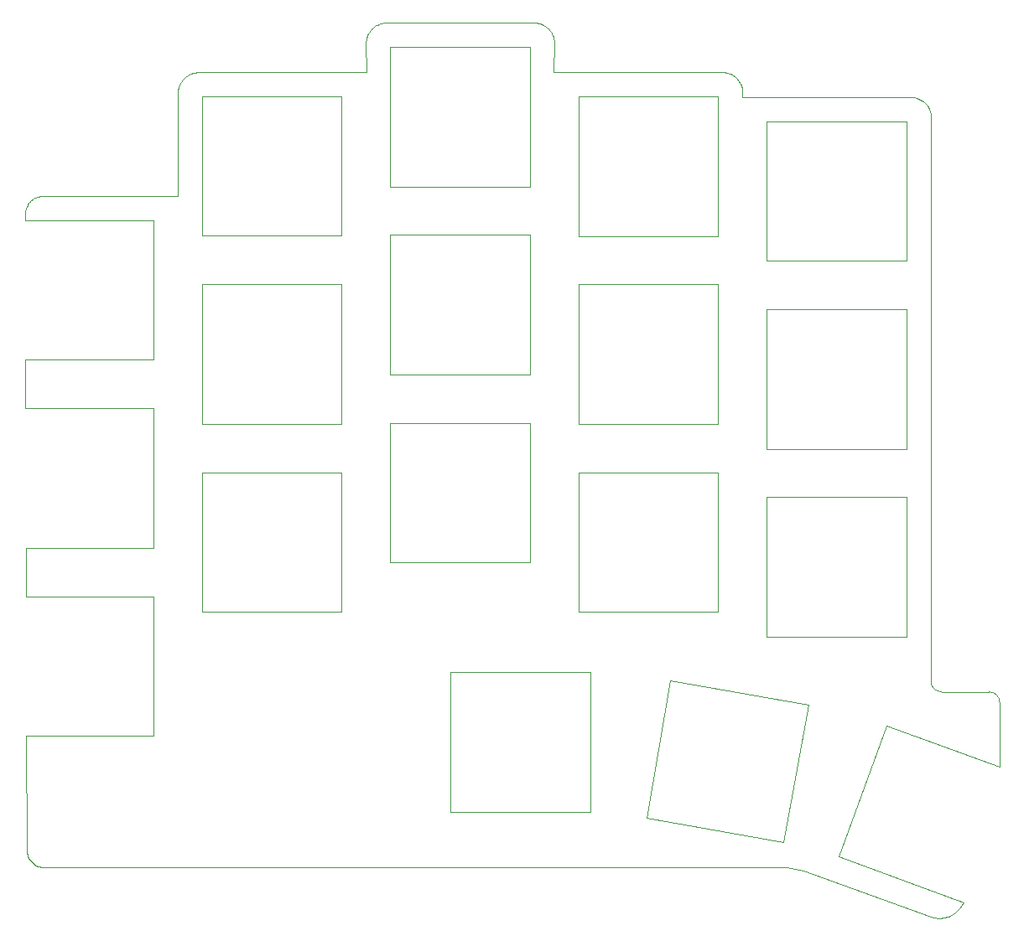
<source format=gbr>
%TF.GenerationSoftware,KiCad,Pcbnew,(5.1.10)-1*%
%TF.CreationDate,2021-12-02T16:21:26-08:00*%
%TF.ProjectId,bgkeeb,62676b65-6562-42e6-9b69-6361645f7063,rev?*%
%TF.SameCoordinates,Original*%
%TF.FileFunction,Profile,NP*%
%FSLAX46Y46*%
G04 Gerber Fmt 4.6, Leading zero omitted, Abs format (unit mm)*
G04 Created by KiCad (PCBNEW (5.1.10)-1) date 2021-12-02 16:21:26*
%MOMM*%
%LPD*%
G01*
G04 APERTURE LIST*
%TA.AperFunction,Profile*%
%ADD10C,0.100000*%
%TD*%
G04 APERTURE END LIST*
D10*
X55225393Y-103075384D02*
X55236564Y-114512908D01*
X55149193Y-84076184D02*
X55174593Y-88974144D01*
X55123793Y-65074444D02*
X55123793Y-69974944D01*
X153472593Y-106200004D02*
X153480920Y-99697604D01*
X56876393Y-48524224D02*
X56967833Y-48521684D01*
X55570833Y-49141444D02*
X55634333Y-49072864D01*
X131958793Y-116400904D02*
X57143093Y-116400904D01*
X146548553Y-121346024D02*
X133708852Y-116710524D01*
X133708852Y-116710524D02*
X131958793Y-116400904D01*
X144049193Y-93075404D02*
X129952193Y-93075404D01*
X129952193Y-78974164D02*
X144049193Y-78974164D01*
X134143193Y-99926204D02*
X131679393Y-113794604D01*
X137216593Y-115293204D02*
X142042593Y-102034404D01*
X117810993Y-111356204D02*
X120249393Y-97462404D01*
X131679393Y-113794604D02*
X117810993Y-111356204D01*
X120249393Y-97462404D02*
X134143193Y-99926204D01*
X149865793Y-119890604D02*
X137216593Y-115293204D01*
X142042593Y-102034404D02*
X153472593Y-106200004D01*
X87051593Y-71574304D02*
X72979993Y-71574304D01*
X72960093Y-38483604D02*
X87058793Y-38483604D01*
X72979993Y-90576044D02*
X72979993Y-76474804D01*
X125049993Y-71574304D02*
X110952993Y-71574304D01*
X91953793Y-47576384D02*
X91953793Y-33475144D01*
X106050793Y-47576384D02*
X91953793Y-47576384D01*
X91953793Y-33475144D02*
X106050793Y-33475144D01*
X125049993Y-76474804D02*
X125049993Y-90576044D01*
X125049993Y-38476404D02*
X125049993Y-52575104D01*
X144049193Y-40975764D02*
X144049193Y-55074464D01*
X55123793Y-69974944D02*
X68059593Y-69979604D01*
X129952193Y-40975764D02*
X144049193Y-40975764D01*
X110952993Y-52575104D02*
X110952993Y-38476404D01*
X68059593Y-88978804D02*
X68059593Y-103075804D01*
X110952993Y-38476404D02*
X125049993Y-38476404D01*
X144049193Y-55074464D02*
X129952193Y-55074464D01*
X110952993Y-57475604D02*
X125049993Y-57475604D01*
X98040053Y-96649604D02*
X112146793Y-96662724D01*
X110952993Y-90576044D02*
X110952993Y-76474804D01*
X87051593Y-57475604D02*
X87051593Y-71574304D01*
X72979993Y-71574304D02*
X72979993Y-57475604D01*
X106050793Y-66575584D02*
X91953793Y-66575584D01*
X106050793Y-52474344D02*
X106050793Y-66575584D01*
X110952993Y-71574304D02*
X110952993Y-57475604D01*
X55174593Y-88974144D02*
X68059593Y-88978804D01*
X129952193Y-93075404D02*
X129952193Y-78974164D01*
X87051593Y-90576044D02*
X72979993Y-90576044D01*
X106050793Y-71476084D02*
X106050793Y-85574784D01*
X68059593Y-69979604D02*
X68059593Y-84076604D01*
X106050793Y-85574784D02*
X91953793Y-85574784D01*
X144049193Y-59974964D02*
X144049193Y-74076204D01*
X98040053Y-110746604D02*
X98040053Y-96649604D01*
X72979993Y-57475604D02*
X87051593Y-57475604D01*
X129952193Y-74076204D02*
X129952193Y-59974964D01*
X144049193Y-78974164D02*
X144049193Y-93075404D01*
X129952193Y-55074464D02*
X129952193Y-40975764D01*
X91953793Y-85574784D02*
X91953793Y-71476084D01*
X91953793Y-71476084D02*
X106050793Y-71476084D01*
X110952993Y-76474804D02*
X125049993Y-76474804D01*
X112146793Y-110746604D02*
X98040053Y-110746604D01*
X68059593Y-50980404D02*
X68059593Y-65077404D01*
X112146793Y-96662724D02*
X112146793Y-110746604D01*
X68059593Y-65077404D02*
X55123793Y-65074444D01*
X55072993Y-50975744D02*
X68059593Y-50980404D01*
X87058793Y-38483604D02*
X87058793Y-52555204D01*
X72960093Y-52555204D02*
X72960093Y-38483604D01*
X68059593Y-103075804D02*
X55225393Y-103075384D01*
X91953793Y-66575584D02*
X91953793Y-52474344D01*
X87058793Y-52555204D02*
X72960093Y-52555204D01*
X106050793Y-33475144D02*
X106050793Y-47576384D01*
X129952193Y-59974964D02*
X144049193Y-59974964D01*
X125049993Y-52575104D02*
X110952993Y-52575104D01*
X144049193Y-74076204D02*
X129952193Y-74076204D01*
X91953793Y-52474344D02*
X106050793Y-52474344D01*
X125049993Y-90576044D02*
X110952993Y-90576044D01*
X68059593Y-84076604D02*
X55149193Y-84076184D01*
X72979993Y-76474804D02*
X87051593Y-76474804D01*
X125049993Y-57475604D02*
X125049993Y-71574304D01*
X87051593Y-76474804D02*
X87051593Y-90576044D01*
X152414120Y-98630804D02*
X147605193Y-98630804D01*
X147605193Y-98630804D02*
G75*
G02*
X146538393Y-97564004I0J1066800D01*
G01*
X152414120Y-98630804D02*
G75*
G02*
X153480920Y-99697604I0J-1066800D01*
G01*
X146541677Y-40569540D02*
X146538393Y-97564004D01*
X149865793Y-119890604D02*
X149438604Y-120472650D01*
X127490624Y-38071204D02*
X127481622Y-38537856D01*
X149438604Y-120472650D02*
X149374487Y-120555461D01*
X149374487Y-120555461D02*
X149307493Y-120635046D01*
X149307493Y-120635046D02*
X149237740Y-120711368D01*
X149237740Y-120711368D02*
X149165348Y-120784393D01*
X149165348Y-120784393D02*
X149090433Y-120854084D01*
X149090433Y-120854084D02*
X149013116Y-120920407D01*
X149013116Y-120920407D02*
X148933515Y-120983325D01*
X148933515Y-120983325D02*
X148851749Y-121042803D01*
X148851749Y-121042803D02*
X148767937Y-121098806D01*
X148767937Y-121098806D02*
X148682197Y-121151298D01*
X148682197Y-121151298D02*
X148594648Y-121200244D01*
X148594648Y-121200244D02*
X148505409Y-121245608D01*
X148505409Y-121245608D02*
X148322335Y-121325448D01*
X148322335Y-121325448D02*
X148133925Y-121390534D01*
X148133925Y-121390534D02*
X147941130Y-121440583D01*
X147941130Y-121440583D02*
X147744898Y-121475311D01*
X147744898Y-121475311D02*
X147546181Y-121494434D01*
X147546181Y-121494434D02*
X147446187Y-121498054D01*
X147446187Y-121498054D02*
X147345927Y-121497667D01*
X147345927Y-121497667D02*
X147245521Y-121493236D01*
X147245521Y-121493236D02*
X147145088Y-121484726D01*
X147145088Y-121484726D02*
X147044745Y-121472102D01*
X147044745Y-121472102D02*
X146944612Y-121455328D01*
X146944612Y-121455328D02*
X146844808Y-121434369D01*
X146844808Y-121434369D02*
X146745450Y-121409188D01*
X146745450Y-121409188D02*
X146646659Y-121379752D01*
X146646659Y-121379752D02*
X146548553Y-121346024D01*
X108479887Y-36035956D02*
X125494255Y-36035956D01*
X127481622Y-38537856D02*
X144506393Y-38534404D01*
X144506393Y-38534404D02*
X144611123Y-38537052D01*
X144611123Y-38537052D02*
X144714478Y-38544910D01*
X144714478Y-38544910D02*
X144816331Y-38557852D01*
X144816331Y-38557852D02*
X144916553Y-38575749D01*
X144916553Y-38575749D02*
X145015018Y-38598474D01*
X145015018Y-38598474D02*
X145111595Y-38625897D01*
X145111595Y-38625897D02*
X145298581Y-38694331D01*
X145298581Y-38694331D02*
X145476488Y-38780029D01*
X145476488Y-38780029D02*
X145644293Y-38881967D01*
X145644293Y-38881967D02*
X145800972Y-38999122D01*
X145800972Y-38999122D02*
X145945504Y-39130472D01*
X145945504Y-39130472D02*
X146076864Y-39274994D01*
X146076864Y-39274994D02*
X146194031Y-39431665D01*
X146194031Y-39431665D02*
X146295981Y-39599462D01*
X146295981Y-39599462D02*
X146381692Y-39777363D01*
X146381692Y-39777363D02*
X146450139Y-39964344D01*
X146450139Y-39964344D02*
X146477570Y-40060919D01*
X146477570Y-40060919D02*
X146500301Y-40159382D01*
X146500301Y-40159382D02*
X146518205Y-40259603D01*
X146518205Y-40259603D02*
X146531155Y-40361455D01*
X146531155Y-40361455D02*
X146539021Y-40464810D01*
X146539021Y-40464810D02*
X146541677Y-40569540D01*
X57130533Y-116401816D02*
X56937241Y-116392072D01*
X56937241Y-116392072D02*
X56749513Y-116363473D01*
X56749513Y-116363473D02*
X56568297Y-116316964D01*
X56568297Y-116316964D02*
X56394541Y-116253491D01*
X56394541Y-116253491D02*
X56229193Y-116173999D01*
X56229193Y-116173999D02*
X56073201Y-116079435D01*
X56073201Y-116079435D02*
X55927515Y-115970745D01*
X55927515Y-115970745D02*
X55793083Y-115848874D01*
X55793083Y-115848874D02*
X55670853Y-115714768D01*
X55670853Y-115714768D02*
X55561773Y-115569373D01*
X55561773Y-115569373D02*
X55466792Y-115413635D01*
X55466792Y-115413635D02*
X55386858Y-115248500D01*
X55386858Y-115248500D02*
X55322920Y-115074914D01*
X55322920Y-115074914D02*
X55275926Y-114893823D01*
X55275926Y-114893823D02*
X55246824Y-114706172D01*
X55246824Y-114706172D02*
X55236564Y-114512908D01*
X70489772Y-38181971D02*
X70492002Y-38075690D01*
X70492002Y-38075690D02*
X70499467Y-37970114D01*
X70499467Y-37970114D02*
X70512094Y-37865419D01*
X70512094Y-37865419D02*
X70529811Y-37761783D01*
X70529811Y-37761783D02*
X70552545Y-37659381D01*
X70552545Y-37659381D02*
X70580223Y-37558391D01*
X70580223Y-37558391D02*
X70612774Y-37458990D01*
X70612774Y-37458990D02*
X70650123Y-37361353D01*
X70650123Y-37361353D02*
X70692199Y-37265658D01*
X70692199Y-37265658D02*
X70738929Y-37172082D01*
X70738929Y-37172082D02*
X70790241Y-37080801D01*
X70790241Y-37080801D02*
X70846061Y-36991993D01*
X70846061Y-36991993D02*
X70906317Y-36905832D01*
X70906317Y-36905832D02*
X70970937Y-36822498D01*
X70970937Y-36822498D02*
X71039848Y-36742165D01*
X71039848Y-36742165D02*
X71112978Y-36665012D01*
X71112978Y-36665012D02*
X71189848Y-36591585D01*
X71189848Y-36591585D02*
X71269914Y-36522364D01*
X71269914Y-36522364D02*
X71352999Y-36457423D01*
X71352999Y-36457423D02*
X71438926Y-36396835D01*
X71438926Y-36396835D02*
X71527518Y-36340672D01*
X71527518Y-36340672D02*
X71618601Y-36289009D01*
X71618601Y-36289009D02*
X71711996Y-36241918D01*
X71711996Y-36241918D02*
X71807527Y-36199473D01*
X71807527Y-36199473D02*
X71905019Y-36161747D01*
X71905019Y-36161747D02*
X72004294Y-36128813D01*
X72004294Y-36128813D02*
X72105176Y-36100745D01*
X72105176Y-36100745D02*
X72207489Y-36077616D01*
X72207489Y-36077616D02*
X72311057Y-36059499D01*
X72311057Y-36059499D02*
X72415702Y-36046468D01*
X72415702Y-36046468D02*
X72521248Y-36038596D01*
X72521248Y-36038596D02*
X72627520Y-36035956D01*
X89531489Y-36035956D02*
X89501525Y-33087585D01*
X89501525Y-33087585D02*
X89503022Y-32986252D01*
X89503022Y-32986252D02*
X89509535Y-32885564D01*
X89509535Y-32885564D02*
X89520993Y-32785693D01*
X89520993Y-32785693D02*
X89537328Y-32686808D01*
X89537328Y-32686808D02*
X89570824Y-32540702D01*
X89570824Y-32540702D02*
X89614904Y-32397772D01*
X89614904Y-32397772D02*
X89669337Y-32258591D01*
X89669337Y-32258591D02*
X89733889Y-32123735D01*
X89733889Y-32123735D02*
X89808328Y-31993778D01*
X89808328Y-31993778D02*
X89863332Y-31910145D01*
X89863332Y-31910145D02*
X89922557Y-31829114D01*
X89922557Y-31829114D02*
X89985934Y-31750856D01*
X89985934Y-31750856D02*
X90053396Y-31675540D01*
X90053396Y-31675540D02*
X90088637Y-31639040D01*
X106479523Y-31037238D02*
X106580870Y-31039766D01*
X106580870Y-31039766D02*
X106681521Y-31047304D01*
X106681521Y-31047304D02*
X106781305Y-31059781D01*
X106781305Y-31059781D02*
X106880053Y-31077126D01*
X106880053Y-31077126D02*
X106977596Y-31099269D01*
X106977596Y-31099269D02*
X107121279Y-31141323D01*
X107121279Y-31141323D02*
X107261296Y-31193774D01*
X107261296Y-31193774D02*
X107397075Y-31256383D01*
X107397075Y-31256383D02*
X107528044Y-31328912D01*
X107528044Y-31328912D02*
X107612403Y-31382657D01*
X107612403Y-31382657D02*
X107694200Y-31440634D01*
X107694200Y-31440634D02*
X107773265Y-31502772D01*
X107773265Y-31502772D02*
X107849431Y-31569000D01*
X107849431Y-31569000D02*
X107922527Y-31639249D01*
X90088637Y-31639040D02*
X90161707Y-31568816D01*
X90161707Y-31568816D02*
X90237846Y-31502610D01*
X90237846Y-31502610D02*
X90316884Y-31440494D01*
X90316884Y-31440494D02*
X90398652Y-31382537D01*
X90398652Y-31382537D02*
X90526053Y-31303556D01*
X90526053Y-31303556D02*
X90658643Y-31234331D01*
X90658643Y-31234331D02*
X90795851Y-31175102D01*
X90795851Y-31175102D02*
X90937105Y-31126107D01*
X90937105Y-31126107D02*
X91081832Y-31087585D01*
X91081832Y-31087585D02*
X91179965Y-31067839D01*
X91179965Y-31067839D02*
X91279218Y-31052924D01*
X91279218Y-31052924D02*
X91379421Y-31042911D01*
X91379421Y-31042911D02*
X91480407Y-31037871D01*
X91480407Y-31037871D02*
X91531140Y-31037238D01*
X72627520Y-36035956D02*
X89531489Y-36035956D01*
X91531140Y-31037238D02*
X106479523Y-31037238D01*
X108509844Y-33088296D02*
X108479887Y-36035956D01*
X126919713Y-36634469D02*
X126988119Y-36707800D01*
X126988119Y-36707800D02*
X127083121Y-36823355D01*
X127083121Y-36823355D02*
X127168789Y-36945065D01*
X127168789Y-36945065D02*
X127244893Y-37072355D01*
X127244893Y-37072355D02*
X127311206Y-37204649D01*
X127311206Y-37204649D02*
X127367497Y-37341369D01*
X127367497Y-37341369D02*
X127413539Y-37481940D01*
X127413539Y-37481940D02*
X127449101Y-37625786D01*
X127449101Y-37625786D02*
X127473955Y-37772329D01*
X127473955Y-37772329D02*
X127487872Y-37920994D01*
X127487872Y-37920994D02*
X127490961Y-38020997D01*
X127490961Y-38020997D02*
X127490624Y-38071204D01*
X125494255Y-36035956D02*
X125594508Y-36038471D01*
X125594508Y-36038471D02*
X125743527Y-36051568D01*
X125743527Y-36051568D02*
X125890404Y-36075639D01*
X125890404Y-36075639D02*
X126034569Y-36110444D01*
X126034569Y-36110444D02*
X126175448Y-36155743D01*
X126175448Y-36155743D02*
X126312470Y-36211296D01*
X126312470Y-36211296D02*
X126445063Y-36276863D01*
X126445063Y-36276863D02*
X126572656Y-36352204D01*
X126572656Y-36352204D02*
X126694676Y-36437079D01*
X126694676Y-36437079D02*
X126810552Y-36531247D01*
X126810552Y-36531247D02*
X126884107Y-36599070D01*
X126884107Y-36599070D02*
X126919713Y-36634469D01*
X70529749Y-48537838D02*
X70489772Y-38181971D01*
X107922527Y-31639249D02*
X107992028Y-31713054D01*
X107992028Y-31713054D02*
X108057479Y-31789889D01*
X108057479Y-31789889D02*
X108118810Y-31869582D01*
X108118810Y-31869582D02*
X108175953Y-31951964D01*
X108175953Y-31951964D02*
X108228838Y-32036864D01*
X108228838Y-32036864D02*
X108300032Y-32168563D01*
X108300032Y-32168563D02*
X108361258Y-32304972D01*
X108361258Y-32304972D02*
X108412284Y-32445515D01*
X108412284Y-32445515D02*
X108452876Y-32589618D01*
X108452876Y-32589618D02*
X108474027Y-32687380D01*
X108474027Y-32687380D02*
X108490368Y-32786300D01*
X108490368Y-32786300D02*
X108501830Y-32886205D01*
X108501830Y-32886205D02*
X108508345Y-32986927D01*
X108508345Y-32986927D02*
X108509844Y-33088296D01*
X56956848Y-48522176D02*
X70529749Y-48537838D01*
X55623108Y-49074324D02*
X55725776Y-48978883D01*
X55725776Y-48978883D02*
X55834587Y-48891851D01*
X55834587Y-48891851D02*
X55949017Y-48813446D01*
X55949017Y-48813446D02*
X56068541Y-48743885D01*
X56068541Y-48743885D02*
X56192636Y-48683385D01*
X56192636Y-48683385D02*
X56320776Y-48632162D01*
X56320776Y-48632162D02*
X56452437Y-48590434D01*
X56452437Y-48590434D02*
X56587096Y-48558419D01*
X56587096Y-48558419D02*
X56724226Y-48536332D01*
X56724226Y-48536332D02*
X56863305Y-48524392D01*
X56863305Y-48524392D02*
X56956848Y-48522176D01*
X55072993Y-50975744D02*
X55072993Y-50408904D01*
X55072993Y-50408904D02*
X55077835Y-50268810D01*
X55077835Y-50268810D02*
X55092970Y-50130299D01*
X55092970Y-50130299D02*
X55118183Y-49993895D01*
X55118183Y-49993895D02*
X55153256Y-49860124D01*
X55153256Y-49860124D02*
X55197974Y-49729510D01*
X55197974Y-49729510D02*
X55252120Y-49602577D01*
X55252120Y-49602577D02*
X55315478Y-49479851D01*
X55315478Y-49479851D02*
X55387831Y-49361856D01*
X55387831Y-49361856D02*
X55468964Y-49249117D01*
X55468964Y-49249117D02*
X55558660Y-49142159D01*
X55558660Y-49142159D02*
X55623108Y-49074324D01*
M02*

</source>
